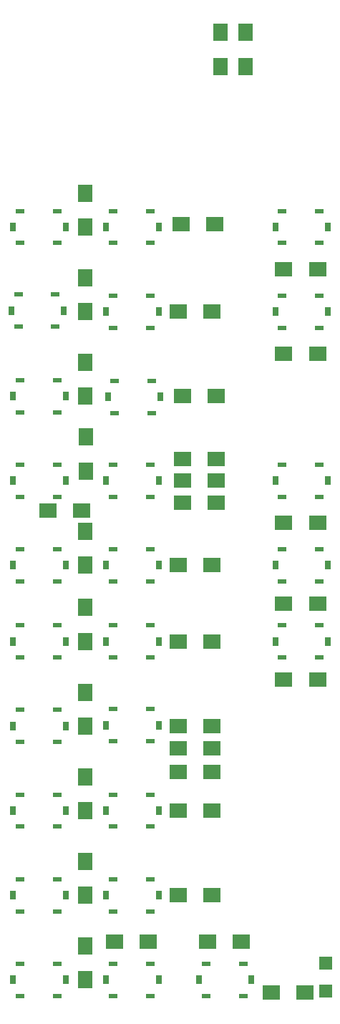
<source format=gbr>
G04 #@! TF.FileFunction,Paste,Top*
%FSLAX46Y46*%
G04 Gerber Fmt 4.6, Leading zero omitted, Abs format (unit mm)*
G04 Created by KiCad (PCBNEW 4.0.6) date 07/28/17 14:14:33*
%MOMM*%
%LPD*%
G01*
G04 APERTURE LIST*
%ADD10C,0.100000*%
%ADD11R,1.000000X0.600000*%
%ADD12R,0.800000X1.000000*%
%ADD13R,1.700000X2.000000*%
%ADD14R,2.000000X1.700000*%
%ADD15R,1.500000X1.500000*%
G04 APERTURE END LIST*
D10*
D11*
X70200000Y-113100000D03*
X70200000Y-116900000D03*
X65800000Y-116900000D03*
D12*
X71200000Y-115000000D03*
X65000000Y-115000000D03*
D11*
X65800000Y-113100000D03*
X101200000Y-113100000D03*
X101200000Y-116900000D03*
X96800000Y-116900000D03*
D12*
X102200000Y-115000000D03*
X96000000Y-115000000D03*
D11*
X96800000Y-113100000D03*
X92200000Y-153100000D03*
X92200000Y-156900000D03*
X87800000Y-156900000D03*
D12*
X93200000Y-155000000D03*
X87000000Y-155000000D03*
D11*
X87800000Y-153100000D03*
X81200000Y-104100000D03*
X81200000Y-107900000D03*
X76800000Y-107900000D03*
D12*
X82200000Y-106000000D03*
X76000000Y-106000000D03*
D11*
X76800000Y-104100000D03*
X81200000Y-153100000D03*
X81200000Y-156900000D03*
X76800000Y-156900000D03*
D12*
X82200000Y-155000000D03*
X76000000Y-155000000D03*
D11*
X76800000Y-153100000D03*
X70200000Y-104100000D03*
X70200000Y-107900000D03*
X65800000Y-107900000D03*
D12*
X71200000Y-106000000D03*
X65000000Y-106000000D03*
D11*
X65800000Y-104100000D03*
X101200000Y-104100000D03*
X101200000Y-107900000D03*
X96800000Y-107900000D03*
D12*
X102200000Y-106000000D03*
X96000000Y-106000000D03*
D11*
X96800000Y-104100000D03*
X81200000Y-143100000D03*
X81200000Y-146900000D03*
X76800000Y-146900000D03*
D12*
X82200000Y-145000000D03*
X76000000Y-145000000D03*
D11*
X76800000Y-143100000D03*
X81200000Y-94100000D03*
X81200000Y-97900000D03*
X76800000Y-97900000D03*
D12*
X82200000Y-96000000D03*
X76000000Y-96000000D03*
D11*
X76800000Y-94100000D03*
X70200000Y-153100000D03*
X70200000Y-156900000D03*
X65800000Y-156900000D03*
D12*
X71200000Y-155000000D03*
X65000000Y-155000000D03*
D11*
X65800000Y-153100000D03*
X70200000Y-94100000D03*
X70200000Y-97900000D03*
X65800000Y-97900000D03*
D12*
X71200000Y-96000000D03*
X65000000Y-96000000D03*
D11*
X65800000Y-94100000D03*
X101200000Y-94100000D03*
X101200000Y-97900000D03*
X96800000Y-97900000D03*
D12*
X102200000Y-96000000D03*
X96000000Y-96000000D03*
D11*
X96800000Y-94100000D03*
X81200000Y-133100000D03*
X81200000Y-136900000D03*
X76800000Y-136900000D03*
D12*
X82200000Y-135000000D03*
X76000000Y-135000000D03*
D11*
X76800000Y-133100000D03*
X81400000Y-84200000D03*
X81400000Y-88000000D03*
X77000000Y-88000000D03*
D12*
X82400000Y-86100000D03*
X76200000Y-86100000D03*
D11*
X77000000Y-84200000D03*
X70200000Y-143100000D03*
X70200000Y-146900000D03*
X65800000Y-146900000D03*
D12*
X71200000Y-145000000D03*
X65000000Y-145000000D03*
D11*
X65800000Y-143100000D03*
X101200000Y-74100000D03*
X101200000Y-77900000D03*
X96800000Y-77900000D03*
D12*
X102200000Y-76000000D03*
X96000000Y-76000000D03*
D11*
X96800000Y-74100000D03*
X81200000Y-123000000D03*
X81200000Y-126800000D03*
X76800000Y-126800000D03*
D12*
X82200000Y-124900000D03*
X76000000Y-124900000D03*
D11*
X76800000Y-123000000D03*
X81200000Y-74100000D03*
X81200000Y-77900000D03*
X76800000Y-77900000D03*
D12*
X82200000Y-76000000D03*
X76000000Y-76000000D03*
D11*
X76800000Y-74100000D03*
X70200000Y-133100000D03*
X70200000Y-136900000D03*
X65800000Y-136900000D03*
D12*
X71200000Y-135000000D03*
X65000000Y-135000000D03*
D11*
X65800000Y-133100000D03*
X70000000Y-74000000D03*
X70000000Y-77800000D03*
X65600000Y-77800000D03*
D12*
X71000000Y-75900000D03*
X64800000Y-75900000D03*
D11*
X65600000Y-74000000D03*
X81200000Y-113100000D03*
X81200000Y-116900000D03*
X76800000Y-116900000D03*
D12*
X82200000Y-115000000D03*
X76000000Y-115000000D03*
D11*
X76800000Y-113100000D03*
X81200000Y-64100000D03*
X81200000Y-67900000D03*
X76800000Y-67900000D03*
D12*
X82200000Y-66000000D03*
X76000000Y-66000000D03*
D11*
X76800000Y-64100000D03*
X70200000Y-123100000D03*
X70200000Y-126900000D03*
X65800000Y-126900000D03*
D12*
X71200000Y-125000000D03*
X65000000Y-125000000D03*
D11*
X65800000Y-123100000D03*
X70200000Y-64100000D03*
X70200000Y-67900000D03*
X65800000Y-67900000D03*
D12*
X71200000Y-66000000D03*
X65000000Y-66000000D03*
D11*
X65800000Y-64100000D03*
D13*
X73500000Y-115000000D03*
X73500000Y-111000000D03*
D14*
X101000000Y-119500000D03*
X97000000Y-119500000D03*
X92000000Y-150500000D03*
X88000000Y-150500000D03*
X84500000Y-106000000D03*
X88500000Y-106000000D03*
X81000000Y-150500000D03*
X77000000Y-150500000D03*
D13*
X73500000Y-106000000D03*
X73500000Y-102000000D03*
D14*
X84500000Y-145000000D03*
X88500000Y-145000000D03*
X85000000Y-96000000D03*
X89000000Y-96000000D03*
D13*
X73500000Y-155000000D03*
X73500000Y-151000000D03*
X73600000Y-94850000D03*
X73600000Y-90850000D03*
D14*
X101000000Y-110500000D03*
X97000000Y-110500000D03*
X101000000Y-101000000D03*
X97000000Y-101000000D03*
X84500000Y-135000000D03*
X88500000Y-135000000D03*
X85000000Y-86000000D03*
X89000000Y-86000000D03*
D13*
X73500000Y-145000000D03*
X73500000Y-141000000D03*
X73500000Y-86000000D03*
X73500000Y-82000000D03*
D14*
X101000000Y-81000000D03*
X97000000Y-81000000D03*
X84500000Y-125000000D03*
X88500000Y-125000000D03*
X84500000Y-76000000D03*
X88500000Y-76000000D03*
D13*
X73500000Y-135000000D03*
X73500000Y-131000000D03*
X73500000Y-76000000D03*
X73500000Y-72000000D03*
D14*
X101000000Y-71000000D03*
X97000000Y-71000000D03*
X84500000Y-115000000D03*
X88500000Y-115000000D03*
X84850000Y-65700000D03*
X88850000Y-65700000D03*
D13*
X73500000Y-125000000D03*
X73500000Y-121000000D03*
X73500000Y-66000000D03*
X73500000Y-62000000D03*
D14*
X95500000Y-156500000D03*
X99500000Y-156500000D03*
D13*
X92500000Y-47000000D03*
X92500000Y-43000000D03*
D14*
X88500000Y-130400000D03*
X84500000Y-130400000D03*
D13*
X89500000Y-47000000D03*
X89500000Y-43000000D03*
D14*
X84500000Y-127600000D03*
X88500000Y-127600000D03*
X89000000Y-93400000D03*
X85000000Y-93400000D03*
X69100000Y-99500000D03*
X73100000Y-99500000D03*
X89000000Y-98600000D03*
X85000000Y-98600000D03*
D15*
X102000000Y-156300000D03*
X102000000Y-153000000D03*
D11*
X101200000Y-64100000D03*
X101200000Y-67900000D03*
X96800000Y-67900000D03*
D12*
X102200000Y-66000000D03*
X96000000Y-66000000D03*
D11*
X96800000Y-64100000D03*
X70200000Y-84100000D03*
X70200000Y-87900000D03*
X65800000Y-87900000D03*
D12*
X71200000Y-86000000D03*
X65000000Y-86000000D03*
D11*
X65800000Y-84100000D03*
M02*

</source>
